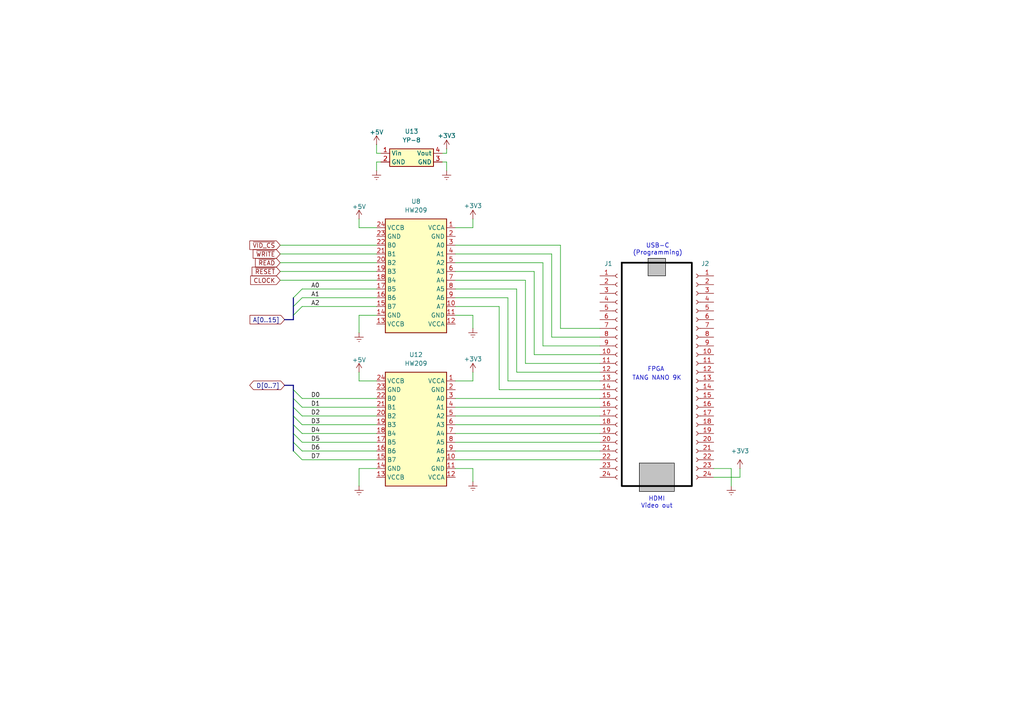
<source format=kicad_sch>
(kicad_sch (version 20250114) (generator "eeschema") (generator_version "9.0")
  (paper "A4")
  (title_block (title "Kraft 80 by ARMCoder") (date "2025-07-01") (rev "1.1") (comment 1 "www.github.com/ARMCoderBR"))
  (lib_symbols
    (symbol "Connector:Conn_01x24_Socket" (pin_names (offset 1.016) (hide yes))
      (property "Reference" "J" (at 0 30.48 0))
      (property "Value" "Conn_01x24_Socket" (at 0 -33.02 0))
      (symbol "Conn_01x24_Socket_1_1"
        (polyline (pts (xy -1.27 27.94) (xy -0.508 27.94)) (stroke (width 0.1524)))
        (polyline (pts (xy -1.27 25.4) (xy -0.508 25.4)) (stroke (width 0.1524)))
        (polyline (pts (xy -1.27 22.86) (xy -0.508 22.86)) (stroke (width 0.1524)))
        (polyline (pts (xy -1.27 20.32) (xy -0.508 20.32)) (stroke (width 0.1524)))
        (polyline (pts (xy -1.27 17.78) (xy -0.508 17.78)) (stroke (width 0.1524)))
        (polyline (pts (xy -1.27 15.24) (xy -0.508 15.24)) (stroke (width 0.1524)))
        (polyline (pts (xy -1.27 12.7) (xy -0.508 12.7)) (stroke (width 0.1524)))
        (polyline (pts (xy -1.27 10.16) (xy -0.508 10.16)) (stroke (width 0.1524)))
        (polyline (pts (xy -1.27 7.62) (xy -0.508 7.62)) (stroke (width 0.1524)))
        (polyline (pts (xy -1.27 5.08) (xy -0.508 5.08)) (stroke (width 0.1524)))
        (polyline (pts (xy -1.27 2.54) (xy -0.508 2.54)) (stroke (width 0.1524)))
        (polyline (pts (xy -1.27 0) (xy -0.508 0)) (stroke (width 0.1524)))
        (polyline (pts (xy -1.27 -2.54) (xy -0.508 -2.54)) (stroke (width 0.1524)))
        (polyline (pts (xy -1.27 -5.08) (xy -0.508 -5.08)) (stroke (width 0.1524)))
        (polyline (pts (xy -1.27 -7.62) (xy -0.508 -7.62)) (stroke (width 0.1524)))
        (polyline (pts (xy -1.27 -10.16) (xy -0.508 -10.16)) (stroke (width 0.1524)))
        (polyline (pts (xy -1.27 -12.7) (xy -0.508 -12.7)) (stroke (width 0.1524)))
        (polyline (pts (xy -1.27 -15.24) (xy -0.508 -15.24)) (stroke (width 0.1524)))
        (polyline (pts (xy -1.27 -17.78) (xy -0.508 -17.78)) (stroke (width 0.1524)))
        (polyline (pts (xy -1.27 -20.32) (xy -0.508 -20.32)) (stroke (width 0.1524)))
        (polyline (pts (xy -1.27 -22.86) (xy -0.508 -22.86)) (stroke (width 0.1524)))
        (polyline (pts (xy -1.27 -25.4) (xy -0.508 -25.4)) (stroke (width 0.1524)))
        (polyline (pts (xy -1.27 -27.94) (xy -0.508 -27.94)) (stroke (width 0.1524)))
        (polyline (pts (xy -1.27 -30.48) (xy -0.508 -30.48)) (stroke (width 0.1524)))
        (arc (start 0 27.432) (mid -0.5058 27.94) (end 0 28.448) (stroke (width 0.1524)))
        (arc (start 0 24.892) (mid -0.5058 25.4) (end 0 25.908) (stroke (width 0.1524)))
        (arc (start 0 22.352) (mid -0.5058 22.86) (end 0 23.368) (stroke (width 0.1524)))
        (arc (start 0 19.812) (mid -0.5058 20.32) (end 0 20.828) (stroke (width 0.1524)))
        (arc (start 0 17.272) (mid -0.5058 17.78) (end 0 18.288) (stroke (width 0.1524)))
        (arc (start 0 14.732) (mid -0.5058 15.24) (end 0 15.748) (stroke (width 0.1524)))
        (arc (start 0 12.192) (mid -0.5058 12.7) (end 0 13.208) (stroke (width 0.1524)))
        (arc (start 0 9.652) (mid -0.5058 10.16) (end 0 10.668) (stroke (width 0.1524)))
        (arc (start 0 7.112) (mid -0.5058 7.62) (end 0 8.128) (stroke (width 0.1524)))
        (arc (start 0 4.572) (mid -0.5058 5.08) (end 0 5.588) (stroke (width 0.1524)))
        (arc (start 0 2.032) (mid -0.5058 2.54) (end 0 3.048) (stroke (width 0.1524)))
        (arc (start 0 -0.508) (mid -0.5058 0) (end 0 0.508) (stroke (width 0.1524)))
        (arc (start 0 -3.048) (mid -0.5058 -2.54) (end 0 -2.032) (stroke (width 0.1524)))
        (arc (start 0 -5.588) (mid -0.5058 -5.08) (end 0 -4.572) (stroke (width 0.1524)))
        (arc (start 0 -8.128) (mid -0.5058 -7.62) (end 0 -7.112) (stroke (width 0.1524)))
        (arc (start 0 -10.668) (mid -0.5058 -10.16) (end 0 -9.652) (stroke (width 0.1524)))
        (arc (start 0 -13.208) (mid -0.5058 -12.7) (end 0 -12.192) (stroke (width 0.1524)))
        (arc (start 0 -15.748) (mid -0.5058 -15.24) (end 0 -14.732) (stroke (width 0.1524)))
        (arc (start 0 -18.288) (mid -0.5058 -17.78) (end 0 -17.272) (stroke (width 0.1524)))
        (arc (start 0 -20.828) (mid -0.5058 -20.32) (end 0 -19.812) (stroke (width 0.1524)))
        (arc (start 0 -23.368) (mid -0.5058 -22.86) (end 0 -22.352) (stroke (width 0.1524)))
        (arc (start 0 -25.908) (mid -0.5058 -25.4) (end 0 -24.892) (stroke (width 0.1524)))
        (arc (start 0 -28.448) (mid -0.5058 -27.94) (end 0 -27.432) (stroke (width 0.1524)))
        (arc (start 0 -30.988) (mid -0.5058 -30.48) (end 0 -29.972) (stroke (width 0.1524)))
        (pin passive line (at -5.08 27.94 0) (length 3.81) (name "Pin_1") (number "1"))
        (pin passive line (at -5.08 25.4 0) (length 3.81) (name "Pin_2") (number "2"))
        (pin passive line (at -5.08 22.86 0) (length 3.81) (name "Pin_3") (number "3"))
        (pin passive line (at -5.08 20.32 0) (length 3.81) (name "Pin_4") (number "4"))
        (pin passive line (at -5.08 17.78 0) (length 3.81) (name "Pin_5") (number "5"))
        (pin passive line (at -5.08 15.24 0) (length 3.81) (name "Pin_6") (number "6"))
        (pin passive line (at -5.08 12.7 0) (length 3.81) (name "Pin_7") (number "7"))
        (pin passive line (at -5.08 10.16 0) (length 3.81) (name "Pin_8") (number "8"))
        (pin passive line (at -5.08 7.62 0) (length 3.81) (name "Pin_9") (number "9"))
        (pin passive line (at -5.08 5.08 0) (length 3.81) (name "Pin_10") (number "10"))
        (pin passive line (at -5.08 2.54 0) (length 3.81) (name "Pin_11") (number "11"))
        (pin passive line (at -5.08 0 0) (length 3.81) (name "Pin_12") (number "12"))
        (pin passive line (at -5.08 -2.54 0) (length 3.81) (name "Pin_13") (number "13"))
        (pin passive line (at -5.08 -5.08 0) (length 3.81) (name "Pin_14") (number "14"))
        (pin passive line (at -5.08 -7.62 0) (length 3.81) (name "Pin_15") (number "15"))
        (pin passive line (at -5.08 -10.16 0) (length 3.81) (name "Pin_16") (number "16"))
        (pin passive line (at -5.08 -12.7 0) (length 3.81) (name "Pin_17") (number "17"))
        (pin passive line (at -5.08 -15.24 0) (length 3.81) (name "Pin_18") (number "18"))
        (pin passive line (at -5.08 -17.78 0) (length 3.81) (name "Pin_19") (number "19"))
        (pin passive line (at -5.08 -20.32 0) (length 3.81) (name "Pin_20") (number "20"))
        (pin passive line (at -5.08 -22.86 0) (length 3.81) (name "Pin_21") (number "21"))
        (pin passive line (at -5.08 -25.4 0) (length 3.81) (name "Pin_22") (number "22"))
        (pin passive line (at -5.08 -27.94 0) (length 3.81) (name "Pin_23") (number "23"))
        (pin passive line (at -5.08 -30.48 0) (length 3.81) (name "Pin_24") (number "24"))
      )
    )
    (symbol "kraft80:HW209"
      (property "Reference" "U" (at -8.128 17.78 0))
      (property "Value" "HW209" (at 0 0 0))
      (symbol "HW209_1_1"
        (rectangle (start -8.89 16.51) (end 8.89 -16.51) (stroke (width 0.25)) (fill (type color) (color 255 255 194 1)))
        (pin power_in line (at -11.43 13.97 0) (length 2.54) (name "VCCA") (number "1"))
        (pin power_in line (at -11.43 11.43 0) (length 2.54) (name "GND") (number "2"))
        (pin bidirectional line (at -11.43 8.89 0) (length 2.54) (name "A0") (number "3"))
        (pin bidirectional line (at -11.43 6.35 0) (length 2.54) (name "A1") (number "4"))
        (pin bidirectional line (at -11.43 3.81 0) (length 2.54) (name "A2") (number "5"))
        (pin bidirectional line (at -11.43 1.27 0) (length 2.54) (name "A3") (number "6"))
        (pin bidirectional line (at -11.43 -1.27 0) (length 2.54) (name "A4") (number "7"))
        (pin bidirectional line (at -11.43 -3.81 0) (length 2.54) (name "A5") (number "8"))
        (pin bidirectional line (at -11.43 -6.35 0) (length 2.54) (name "A6") (number "9"))
        (pin bidirectional line (at -11.43 -8.89 0) (length 2.54) (name "A7") (number "10"))
        (pin power_in line (at -11.43 -11.43 0) (length 2.54) (name "GND") (number "11"))
        (pin power_in line (at -11.43 -13.97 0) (length 2.54) (name "VCCA") (number "12"))
        (pin power_in line (at 11.43 13.97 180) (length 2.54) (name "VCCB") (number "24"))
        (pin power_in line (at 11.43 11.43 180) (length 2.54) (name "GND") (number "23"))
        (pin bidirectional line (at 11.43 8.89 180) (length 2.54) (name "B0") (number "22"))
        (pin bidirectional line (at 11.43 6.35 180) (length 2.54) (name "B1") (number "21"))
        (pin bidirectional line (at 11.43 3.81 180) (length 2.54) (name "B2") (number "20"))
        (pin bidirectional line (at 11.43 1.27 180) (length 2.54) (name "B3") (number "19"))
        (pin bidirectional line (at 11.43 -1.27 180) (length 2.54) (name "B4") (number "18"))
        (pin bidirectional line (at 11.43 -3.81 180) (length 2.54) (name "B5") (number "17"))
        (pin bidirectional line (at 11.43 -6.35 180) (length 2.54) (name "B6") (number "16"))
        (pin bidirectional line (at 11.43 -8.89 180) (length 2.54) (name "B7") (number "15"))
        (pin power_in line (at 11.43 -11.43 180) (length 2.54) (name "GND") (number "14"))
        (pin power_in line (at 11.43 -13.97 180) (length 2.54) (name "VCCB") (number "13"))
      )
    )
    (symbol "kraft80:YP-8"
      (property "Reference" "U" (at -5.588 3.556 0))
      (property "Value" "YP-8" (at 3.556 3.556 0))
      (symbol "YP-8_1_1"
        (rectangle (start -6.35 2.54) (end 6.35 -2.54) (stroke (width 0.25)) (fill (type color) (color 255 255 194 1)))
        (pin power_in line (at -8.89 1.27 0) (length 2.54) (name "Vin") (number "1"))
        (pin power_in line (at -8.89 -1.27 0) (length 2.54) (name "GND") (number "2"))
        (pin power_out line (at 8.89 1.27 180) (length 2.54) (name "Vout") (number "4"))
        (pin power_in line (at 8.89 -1.27 180) (length 2.54) (name "GND") (number "3"))
      )
    )
    (symbol "power:+3V3" (power) (pin_numbers (hide yes)) (pin_names (offset 0) (hide yes))
      (property "Value" "+3V3" (at 0 3.556 0))
      (symbol "+3V3_0_1"
        (polyline (pts (xy -0.762 1.27) (xy 0 2.54)))
        (polyline (pts (xy 0 2.54) (xy 0.762 1.27)))
        (polyline (pts (xy 0 0) (xy 0 2.54)))
      )
      (symbol "+3V3_1_1"
        (pin power_in line (at 0 0 90) (length 0) (name "~") (number "1"))
      )
    )
    (symbol "power:+5V" (power) (pin_numbers (hide yes)) (pin_names (offset 0) (hide yes))
      (property "Value" "+5V" (at 0 3.556 0))
      (symbol "+5V_0_1"
        (polyline (pts (xy -0.762 1.27) (xy 0 2.54)))
        (polyline (pts (xy 0 2.54) (xy 0.762 1.27)))
        (polyline (pts (xy 0 0) (xy 0 2.54)))
      )
      (symbol "+5V_1_1"
        (pin power_in line (at 0 0 90) (length 0) (name "~") (number "1"))
      )
    )
    (symbol "power:GNDREF" (power) (pin_numbers (hide yes)) (pin_names (offset 0) (hide yes))
      (property "Value" "GNDREF" (at 0 -3.81 0))
      (symbol "GNDREF_0_1"
        (polyline (pts (xy -0.635 -1.905) (xy 0.635 -1.905)))
        (polyline (pts (xy -0.127 -2.54) (xy 0.127 -2.54)))
        (polyline (pts (xy 0 -1.27) (xy 0 0)))
        (polyline (pts (xy 1.27 -1.27) (xy -1.27 -1.27)))
      )
      (symbol "GNDREF_1_1"
        (pin power_in line (at 0 0 270) (length 0) (name "~") (number "1"))
      )
    )
  )
  (rectangle (start 186.69 76.2) (end 186.69 76.2))
  (rectangle (start 185.42 134.3025) (end 195.58 142.5575) (stroke (width 0) (color 0 0 0 1)) (fill (type color) (color 194 194 194 1)))
  (rectangle (start 180.34 76.2) (end 200.66 140.97) (stroke (width 0.5) (color 0 0 0 1)))
  (rectangle (start 187.96 74.93) (end 193.04 80.01) (stroke (width 0) (color 0 0 0 1)) (fill (type color) (color 194 194 194 1)))
  (text "FPGA" (at 190.246 107.188 0) (effects (font (size 1.27 1.27))))
  (text "HDMI\nVideo out" (at 190.5 145.796 0) (effects (font (size 1.27 1.27))))
  (text "TANG NANO 9K" (at 190.5 109.728 0) (effects (font (size 1.27 1.27))))
  (text "USB-C\n(Programming)" (at 190.754 72.39 0) (effects (font (size 1.27 1.27))))
  (bus_entry (at 85.09 115.57) (size 2.54 2.54))
  (bus_entry (at 85.09 125.73) (size 2.54 2.54))
  (bus_entry (at 87.63 86.36) (size -2.54 2.54))
  (bus_entry (at 85.09 118.11) (size 2.54 2.54))
  (bus_entry (at 87.63 88.9) (size -2.54 2.54))
  (bus_entry (at 85.09 113.03) (size 2.54 2.54))
  (bus_entry (at 85.09 123.19) (size 2.54 2.54))
  (bus_entry (at 85.09 128.27) (size 2.54 2.54))
  (bus_entry (at 87.63 83.82) (size -2.54 2.54))
  (bus_entry (at 85.09 120.65) (size 2.54 2.54))
  (bus_entry (at 85.09 130.81) (size 2.54 2.54))
  (bus (pts (xy 85.09 125.73) (xy 85.09 123.19)))
  (wire (pts (xy 137.16 91.44) (xy 137.16 95.25)))
  (bus (pts (xy 85.09 88.9) (xy 85.09 91.44)))
  (wire (pts (xy 152.4 81.28) (xy 152.4 105.41)))
  (wire (pts (xy 137.16 66.04) (xy 132.08 66.04)))
  (bus (pts (xy 85.09 113.03) (xy 85.09 111.76)))
  (bus (pts (xy 85.09 118.11) (xy 85.09 115.57)))
  (wire (pts (xy 137.16 107.95) (xy 137.16 110.49)))
  (bus (pts (xy 85.09 86.36) (xy 85.09 88.9)))
  (wire (pts (xy 147.32 86.36) (xy 147.32 110.49)))
  (wire (pts (xy 109.22 73.66) (xy 81.28 73.66)))
  (bus (pts (xy 82.55 111.76) (xy 85.09 111.76)))
  (wire (pts (xy 132.08 83.82) (xy 149.86 83.82)))
  (wire (pts (xy 104.14 107.95) (xy 104.14 110.49)))
  (wire (pts (xy 104.14 63.5) (xy 104.14 66.04)))
  (wire (pts (xy 109.22 91.44) (xy 104.14 91.44)))
  (wire (pts (xy 132.08 73.66) (xy 160.02 73.66)))
  (wire (pts (xy 157.48 76.2) (xy 157.48 100.33)))
  (wire (pts (xy 128.27 46.99) (xy 129.54 46.99)))
  (wire (pts (xy 132.08 120.65) (xy 173.99 120.65)))
  (wire (pts (xy 87.63 118.11) (xy 109.22 118.11)))
  (wire (pts (xy 109.22 86.36) (xy 87.63 86.36)))
  (wire (pts (xy 154.94 78.74) (xy 154.94 102.87)))
  (wire (pts (xy 104.14 66.04) (xy 109.22 66.04)))
  (wire (pts (xy 154.94 102.87) (xy 173.99 102.87)))
  (wire (pts (xy 109.22 88.9) (xy 87.63 88.9)))
  (wire (pts (xy 207.01 135.89) (xy 212.09 135.89)))
  (wire (pts (xy 104.14 110.49) (xy 109.22 110.49)))
  (wire (pts (xy 207.01 138.43) (xy 214.63 138.43)))
  (wire (pts (xy 87.63 125.73) (xy 109.22 125.73)))
  (wire (pts (xy 132.08 86.36) (xy 147.32 86.36)))
  (wire (pts (xy 132.08 91.44) (xy 137.16 91.44)))
  (wire (pts (xy 137.16 63.5) (xy 137.16 66.04)))
  (wire (pts (xy 109.22 83.82) (xy 87.63 83.82)))
  (wire (pts (xy 132.08 115.57) (xy 173.99 115.57)))
  (wire (pts (xy 87.63 130.81) (xy 109.22 130.81)))
  (wire (pts (xy 149.86 107.95) (xy 173.99 107.95)))
  (wire (pts (xy 109.22 46.99) (xy 109.22 49.53)))
  (wire (pts (xy 132.08 125.73) (xy 173.99 125.73)))
  (bus (pts (xy 85.09 92.71) (xy 85.09 91.44)))
  (wire (pts (xy 129.54 46.99) (xy 129.54 49.53)))
  (bus (pts (xy 85.09 120.65) (xy 85.09 118.11)))
  (wire (pts (xy 147.32 110.49) (xy 173.99 110.49)))
  (wire (pts (xy 129.54 44.45) (xy 129.54 43.18)))
  (wire (pts (xy 109.22 44.45) (xy 109.22 41.91)))
  (wire (pts (xy 104.14 91.44) (xy 104.14 96.52)))
  (wire (pts (xy 132.08 133.35) (xy 173.99 133.35)))
  (wire (pts (xy 137.16 110.49) (xy 132.08 110.49)))
  (wire (pts (xy 87.63 133.35) (xy 109.22 133.35)))
  (wire (pts (xy 132.08 76.2) (xy 157.48 76.2)))
  (wire (pts (xy 110.49 46.99) (xy 109.22 46.99)))
  (wire (pts (xy 132.08 135.89) (xy 137.16 135.89)))
  (wire (pts (xy 144.78 88.9) (xy 144.78 113.03)))
  (wire (pts (xy 162.56 71.12) (xy 162.56 95.25)))
  (wire (pts (xy 132.08 78.74) (xy 154.94 78.74)))
  (wire (pts (xy 132.08 128.27) (xy 173.99 128.27)))
  (wire (pts (xy 81.28 78.74) (xy 109.22 78.74)))
  (wire (pts (xy 132.08 130.81) (xy 173.99 130.81)))
  (wire (pts (xy 132.08 71.12) (xy 162.56 71.12)))
  (wire (pts (xy 160.02 97.79) (xy 173.99 97.79)))
  (wire (pts (xy 109.22 71.12) (xy 81.28 71.12)))
  (wire (pts (xy 87.63 120.65) (xy 109.22 120.65)))
  (bus (pts (xy 85.09 123.19) (xy 85.09 120.65)))
  (wire (pts (xy 160.02 73.66) (xy 160.02 97.79)))
  (wire (pts (xy 214.63 135.89) (xy 214.63 138.43)))
  (wire (pts (xy 144.78 113.03) (xy 173.99 113.03)))
  (wire (pts (xy 87.63 128.27) (xy 109.22 128.27)))
  (wire (pts (xy 137.16 135.89) (xy 137.16 139.7)))
  (wire (pts (xy 81.28 81.28) (xy 109.22 81.28)))
  (wire (pts (xy 132.08 123.19) (xy 173.99 123.19)))
  (wire (pts (xy 162.56 95.25) (xy 173.99 95.25)))
  (wire (pts (xy 128.27 44.45) (xy 129.54 44.45)))
  (wire (pts (xy 104.14 135.89) (xy 109.22 135.89)))
  (bus (pts (xy 85.09 128.27) (xy 85.09 125.73)))
  (wire (pts (xy 212.09 135.89) (xy 212.09 140.97)))
  (wire (pts (xy 149.86 83.82) (xy 149.86 107.95)))
  (wire (pts (xy 109.22 76.2) (xy 81.28 76.2)))
  (wire (pts (xy 157.48 100.33) (xy 173.99 100.33)))
  (bus (pts (xy 82.55 92.71) (xy 85.09 92.71)))
  (wire (pts (xy 132.08 88.9) (xy 144.78 88.9)))
  (wire (pts (xy 87.63 115.57) (xy 109.22 115.57)))
  (wire (pts (xy 104.14 135.89) (xy 104.14 140.97)))
  (bus (pts (xy 85.09 130.81) (xy 85.09 128.27)))
  (wire (pts (xy 87.63 123.19) (xy 109.22 123.19)))
  (wire (pts (xy 152.4 105.41) (xy 173.99 105.41)))
  (bus (pts (xy 85.09 115.57) (xy 85.09 113.03)))
  (wire (pts (xy 132.08 81.28) (xy 152.4 81.28)))
  (wire (pts (xy 110.49 44.45) (xy 109.22 44.45)))
  (wire (pts (xy 132.08 118.11) (xy 173.99 118.11)))
  (label "A2" (at 92.71 88.9 180))
  (label "A1" (at 92.71 86.36 180))
  (label "A0" (at 92.71 83.82 180))
  (label "D6" (at 90.17 130.81 0))
  (label "D3" (at 90.17 123.19 0))
  (label "D2" (at 90.17 120.65 0))
  (label "D7" (at 90.17 133.35 0))
  (label "D0" (at 90.17 115.57 0))
  (label "D4" (at 90.17 125.73 0))
  (label "D1" (at 90.17 118.11 0))
  (label "D5" (at 90.17 128.27 0))
  (global_label "~{VID_CS}" (shape input) (at 81.28 71.12 180) (property "Intersheetrefs" "${INTERSHEET_REFS}" (effects (hide yes))))
  (global_label "D[0..7]" (shape bidirectional) (at 82.55 111.76 180) (property "Intersheetrefs" "${INTERSHEET_REFS}" (effects (hide yes))))
  (global_label "CLOCK" (shape input) (at 81.28 81.28 180) (property "Intersheetrefs" "${INTERSHEET_REFS}" (effects (hide yes))))
  (global_label "~{READ}" (shape input) (at 81.28 76.2 180) (property "Intersheetrefs" "${INTERSHEET_REFS}" (effects (hide yes))))
  (global_label "~{WRITE}" (shape input) (at 81.28 73.66 180) (property "Intersheetrefs" "${INTERSHEET_REFS}" (effects (hide yes))))
  (global_label "~{RESET}" (shape input) (at 81.28 78.74 180) (property "Intersheetrefs" "${INTERSHEET_REFS}" (effects (hide yes))))
  (global_label "A[0..15]" (shape input) (at 82.55 92.71 180) (property "Intersheetrefs" "${INTERSHEET_REFS}" (effects (hide yes))))
  (symbol (lib_id "power:+5V") (at 104.14 107.95 0) (unit 1)
    (property "Reference" "#PWR088" (effects (hide yes)))
    (property "Value" "+5V" (at 104.14 104.394 0))
    (property "Description" "Power symbol creates a global label with name \"+5V\"" (effects (hide yes)))
  )
  (symbol (lib_id "power:GNDREF") (at 104.14 140.97 0) (unit 1)
    (property "Reference" "#PWR079" (effects (hide yes)))
    (property "Value" "GNDREF" (effects (hide yes)))
    (property "Description" "Power symbol creates a global label with name \"GNDREF\" , reference supply ground" (effects (hide yes)))
  )
  (symbol (lib_id "power:GNDREF") (at 137.16 95.25 0) (unit 1)
    (property "Reference" "#PWR084" (effects (hide yes)))
    (property "Value" "GNDREF" (effects (hide yes)))
    (property "Description" "Power symbol creates a global label with name \"GNDREF\" , reference supply ground" (effects (hide yes)))
  )
  (symbol (lib_id "power:+5V") (at 104.14 63.5 0) (unit 1)
    (property "Reference" "#PWR0104" (effects (hide yes)))
    (property "Value" "+5V" (at 104.14 59.944 0))
    (property "Description" "Power symbol creates a global label with name \"+5V\"" (effects (hide yes)))
  )
  (symbol (lib_id "power:+3V3") (at 137.16 63.5 0) (mirror y) (unit 1)
    (property "Reference" "#PWR0107" (effects (hide yes)))
    (property "Value" "+3V3" (at 137.16 59.69 0))
    (property "Description" "Power symbol creates a global label with name \"+3V3\"" (effects (hide yes)))
  )
  (symbol (lib_id "power:+5V") (at 109.22 41.91 0) (unit 1)
    (property "Reference" "#PWR085" (effects (hide yes)))
    (property "Value" "+5V" (at 109.22 38.354 0))
    (property "Description" "Power symbol creates a global label with name \"+5V\"" (effects (hide yes)))
  )
  (symbol (lib_id "power:GNDREF") (at 212.09 140.97 0) (unit 1)
    (property "Reference" "#PWR0109" (effects (hide yes)))
    (property "Value" "GNDREF" (effects (hide yes)))
    (property "Description" "Power symbol creates a global label with name \"GNDREF\" , reference supply ground" (effects (hide yes)))
  )
  (symbol (lib_id "power:+3V3") (at 214.63 135.89 0) (unit 1)
    (property "Reference" "#PWR0108" (effects (hide yes)))
    (property "Value" "+3V3" (at 214.63 130.81 0))
    (property "Description" "Power symbol creates a global label with name \"+3V3\"" (effects (hide yes)))
  )
  (symbol (lib_id "power:GNDREF") (at 137.16 139.7 0) (unit 1)
    (property "Reference" "#PWR076" (effects (hide yes)))
    (property "Value" "GNDREF" (effects (hide yes)))
    (property "Description" "Power symbol creates a global label with name \"GNDREF\" , reference supply ground" (effects (hide yes)))
  )
  (symbol (lib_id "power:GNDREF") (at 129.54 49.53 0) (unit 1)
    (property "Reference" "#PWR075" (effects (hide yes)))
    (property "Value" "GNDREF" (effects (hide yes)))
    (property "Description" "Power symbol creates a global label with name \"GNDREF\" , reference supply ground" (effects (hide yes)))
  )
  (symbol (lib_id "power:GNDREF") (at 104.14 96.52 0) (mirror y) (unit 1)
    (property "Reference" "#PWR082" (effects (hide yes)))
    (property "Value" "GNDREF" (effects (hide yes)))
    (property "Description" "Power symbol creates a global label with name \"GNDREF\" , reference supply ground" (effects (hide yes)))
  )
  (symbol (lib_id "power:+3V3") (at 137.16 107.95 0) (unit 1)
    (property "Reference" "#PWR0106" (effects (hide yes)))
    (property "Value" "+3V3" (at 137.16 104.14 0))
    (property "Description" "Power symbol creates a global label with name \"+3V3\"" (effects (hide yes)))
  )
  (symbol (lib_id "kraft80:HW209") (at 120.65 124.46 0) (mirror y) (unit 1)
    (property "Reference" "U12" (at 120.65 102.87 0))
    (property "Value" "HW209" (at 120.65 105.41 0))
  )
  (symbol (lib_id "kraft80:HW209") (at 120.65 80.01 0) (mirror y) (unit 1)
    (property "Reference" "U8" (at 120.65 58.42 0))
    (property "Value" "HW209" (at 120.65 60.96 0))
  )
  (symbol (lib_id "power:+3V3") (at 129.54 43.18 0) (unit 1)
    (property "Reference" "#PWR0105" (effects (hide yes)))
    (property "Value" "+3V3" (at 129.54 39.37 0))
    (property "Description" "Power symbol creates a global label with name \"+3V3\"" (effects (hide yes)))
  )
  (symbol (lib_id "Connector:Conn_01x24_Socket") (at 179.07 107.95 0) (unit 1)
    (property "Reference" "J1" (at 175.26 76.454 0) (effects (justify left)))
    (property "Value" "Conn_01x24_Socket" (effects (hide yes)))
    (property "Description" "Generic connector, single row, 01x24, script generated" (effects (hide yes)))
  )
  (symbol (lib_id "kraft80:YP-8") (at 119.38 45.72 0) (unit 1)
    (property "Reference" "U13" (at 119.38 38.1 0))
    (property "Value" "YP-8" (at 119.38 40.64 0))
  )
  (symbol (lib_id "power:GNDREF") (at 109.22 49.53 0) (unit 1)
    (property "Reference" "#PWR038" (effects (hide yes)))
    (property "Value" "GNDREF" (effects (hide yes)))
    (property "Description" "Power symbol creates a global label with name \"GNDREF\" , reference supply ground" (effects (hide yes)))
  )
  (symbol (lib_id "Connector:Conn_01x24_Socket") (at 201.93 107.95 0) (mirror y) (unit 1)
    (property "Reference" "J2" (at 205.74 76.454 0) (effects (justify left)))
    (property "Value" "Conn_01x24_Socket" (effects (hide yes)))
    (property "Description" "Generic connector, single row, 01x24, script generated" (effects (hide yes)))
  )
)
</source>
